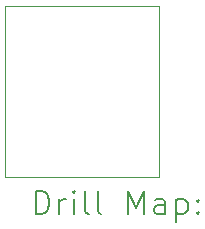
<source format=gbr>
%TF.GenerationSoftware,KiCad,Pcbnew,7.0.5*%
%TF.CreationDate,2023-08-03T20:15:12-04:00*%
%TF.ProjectId,Servo_Signal_V_shifter,53657276-6f5f-4536-9967-6e616c5f565f,rev?*%
%TF.SameCoordinates,Original*%
%TF.FileFunction,Drillmap*%
%TF.FilePolarity,Positive*%
%FSLAX45Y45*%
G04 Gerber Fmt 4.5, Leading zero omitted, Abs format (unit mm)*
G04 Created by KiCad (PCBNEW 7.0.5) date 2023-08-03 20:15:12*
%MOMM*%
%LPD*%
G01*
G04 APERTURE LIST*
%ADD10C,0.100000*%
%ADD11C,0.200000*%
G04 APERTURE END LIST*
D10*
X14816000Y-6869862D02*
X16116000Y-6869862D01*
X16116000Y-8319862D01*
X14816000Y-8319862D01*
X14816000Y-6869862D01*
D11*
X15071777Y-8636346D02*
X15071777Y-8436346D01*
X15071777Y-8436346D02*
X15119396Y-8436346D01*
X15119396Y-8436346D02*
X15147967Y-8445870D01*
X15147967Y-8445870D02*
X15167015Y-8464917D01*
X15167015Y-8464917D02*
X15176539Y-8483965D01*
X15176539Y-8483965D02*
X15186062Y-8522060D01*
X15186062Y-8522060D02*
X15186062Y-8550632D01*
X15186062Y-8550632D02*
X15176539Y-8588727D01*
X15176539Y-8588727D02*
X15167015Y-8607774D01*
X15167015Y-8607774D02*
X15147967Y-8626822D01*
X15147967Y-8626822D02*
X15119396Y-8636346D01*
X15119396Y-8636346D02*
X15071777Y-8636346D01*
X15271777Y-8636346D02*
X15271777Y-8503013D01*
X15271777Y-8541108D02*
X15281301Y-8522060D01*
X15281301Y-8522060D02*
X15290824Y-8512536D01*
X15290824Y-8512536D02*
X15309872Y-8503013D01*
X15309872Y-8503013D02*
X15328920Y-8503013D01*
X15395586Y-8636346D02*
X15395586Y-8503013D01*
X15395586Y-8436346D02*
X15386062Y-8445870D01*
X15386062Y-8445870D02*
X15395586Y-8455394D01*
X15395586Y-8455394D02*
X15405110Y-8445870D01*
X15405110Y-8445870D02*
X15395586Y-8436346D01*
X15395586Y-8436346D02*
X15395586Y-8455394D01*
X15519396Y-8636346D02*
X15500348Y-8626822D01*
X15500348Y-8626822D02*
X15490824Y-8607774D01*
X15490824Y-8607774D02*
X15490824Y-8436346D01*
X15624158Y-8636346D02*
X15605110Y-8626822D01*
X15605110Y-8626822D02*
X15595586Y-8607774D01*
X15595586Y-8607774D02*
X15595586Y-8436346D01*
X15852729Y-8636346D02*
X15852729Y-8436346D01*
X15852729Y-8436346D02*
X15919396Y-8579203D01*
X15919396Y-8579203D02*
X15986062Y-8436346D01*
X15986062Y-8436346D02*
X15986062Y-8636346D01*
X16167015Y-8636346D02*
X16167015Y-8531584D01*
X16167015Y-8531584D02*
X16157491Y-8512536D01*
X16157491Y-8512536D02*
X16138443Y-8503013D01*
X16138443Y-8503013D02*
X16100348Y-8503013D01*
X16100348Y-8503013D02*
X16081301Y-8512536D01*
X16167015Y-8626822D02*
X16147967Y-8636346D01*
X16147967Y-8636346D02*
X16100348Y-8636346D01*
X16100348Y-8636346D02*
X16081301Y-8626822D01*
X16081301Y-8626822D02*
X16071777Y-8607774D01*
X16071777Y-8607774D02*
X16071777Y-8588727D01*
X16071777Y-8588727D02*
X16081301Y-8569679D01*
X16081301Y-8569679D02*
X16100348Y-8560155D01*
X16100348Y-8560155D02*
X16147967Y-8560155D01*
X16147967Y-8560155D02*
X16167015Y-8550632D01*
X16262253Y-8503013D02*
X16262253Y-8703013D01*
X16262253Y-8512536D02*
X16281301Y-8503013D01*
X16281301Y-8503013D02*
X16319396Y-8503013D01*
X16319396Y-8503013D02*
X16338443Y-8512536D01*
X16338443Y-8512536D02*
X16347967Y-8522060D01*
X16347967Y-8522060D02*
X16357491Y-8541108D01*
X16357491Y-8541108D02*
X16357491Y-8598251D01*
X16357491Y-8598251D02*
X16347967Y-8617298D01*
X16347967Y-8617298D02*
X16338443Y-8626822D01*
X16338443Y-8626822D02*
X16319396Y-8636346D01*
X16319396Y-8636346D02*
X16281301Y-8636346D01*
X16281301Y-8636346D02*
X16262253Y-8626822D01*
X16443205Y-8617298D02*
X16452729Y-8626822D01*
X16452729Y-8626822D02*
X16443205Y-8636346D01*
X16443205Y-8636346D02*
X16433682Y-8626822D01*
X16433682Y-8626822D02*
X16443205Y-8617298D01*
X16443205Y-8617298D02*
X16443205Y-8636346D01*
X16443205Y-8512536D02*
X16452729Y-8522060D01*
X16452729Y-8522060D02*
X16443205Y-8531584D01*
X16443205Y-8531584D02*
X16433682Y-8522060D01*
X16433682Y-8522060D02*
X16443205Y-8512536D01*
X16443205Y-8512536D02*
X16443205Y-8531584D01*
M02*

</source>
